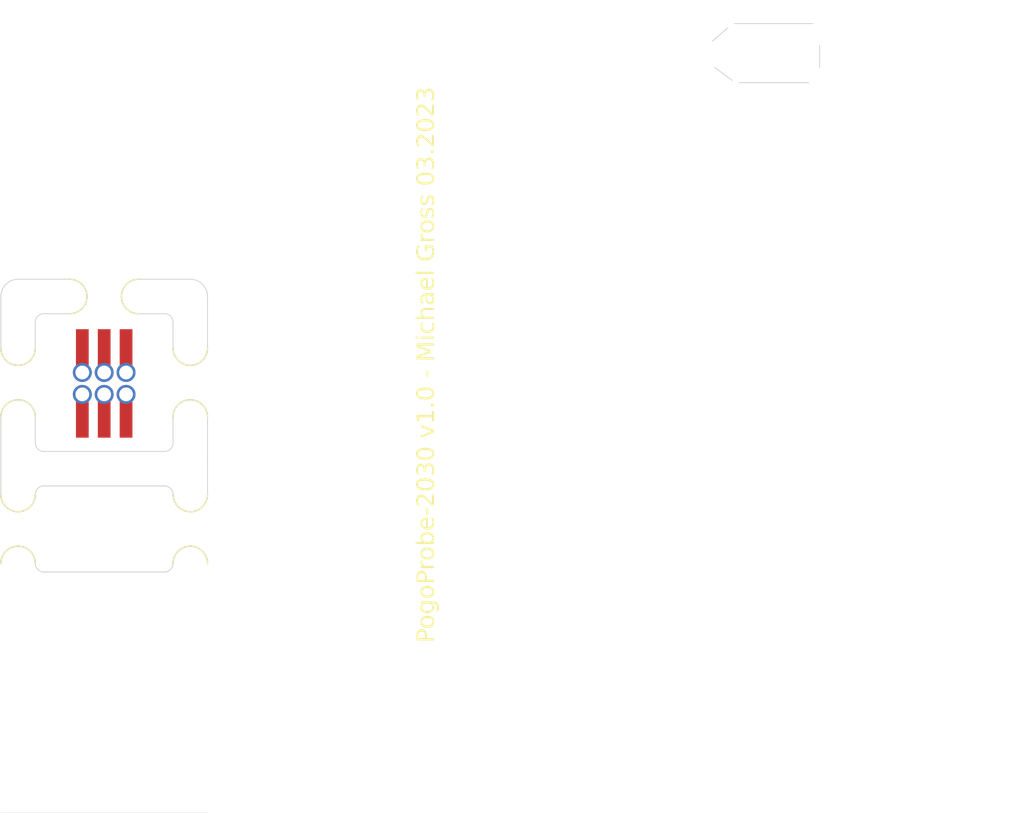
<source format=kicad_pcb>
(kicad_pcb (version 20240108) (generator "pcbnew") (generator_version "8.0")
  (layers (0 "F.Cu" signal) (31 "B.Cu" signal) (34 "B.Paste" user) (35 "F.Paste" user) (36 "B.SilkS" user "B.Silkscreen") (37 "F.SilkS" user "F.Silkscreen") (38 "B.Mask" user) (39 "F.Mask" user) (44 "Edge.Cuts" user))
  (net 0 "")
  (footprint "Panelization:mouse-bite-2mm-slot" (layer "F.Cu") (at 117 118 -90)
    (property "Reference" "mouse-bite-2mm-slot" (hide yes))
    (property "Value" "VAL**" (hide yes))
    (fp_arc (start 2 1) (mid 1 0) (end 2 -1) (stroke (width 0.1)) (layer "F.SilkS"))
    (fp_arc (start -2 -1) (mid -1 0) (end -2 1) (stroke (width 0.1)) (layer "F.SilkS"))
    (pad "" np_thru_hole circle (at -0.75 -0.75 270) (size 0.5 0.5) (drill 0.5) (layers "*.Cu" "*.Mask"))
    (pad "" np_thru_hole circle (at -0.75 0.75 270) (size 0.5 0.5) (drill 0.5) (layers "*.Cu" "*.Mask"))
    (pad "" np_thru_hole circle (at 0 -0.75 270) (size 0.5 0.5) (drill 0.5) (layers "*.Cu" "*.Mask"))
    (pad "" np_thru_hole circle (at 0 0.75 270) (size 0.5 0.5) (drill 0.5) (layers "*.Cu" "*.Mask"))
    (pad "" np_thru_hole circle (at 0.75 -0.75 270) (size 0.5 0.5) (drill 0.5) (layers "*.Cu" "*.Mask"))
    (pad "" np_thru_hole circle (at 0.75 0.75 270) (size 0.5 0.5) (drill 0.5) (layers "*.Cu" "*.Mask"))
  )
  (footprint "Panelization:mouse-bite-2mm-slot" (layer "F.Cu") (at 112 113 180)
    (property "Reference" "mouse-bite-2mm-slot" (hide yes))
    (property "Value" "VAL**" (hide yes))
    (fp_arc (start 2 1) (mid 1 0) (end 2 -1) (stroke (width 0.1)) (layer "F.SilkS"))
    (fp_arc (start -2 -1) (mid -1 0) (end -2 1) (stroke (width 0.1)) (layer "F.SilkS"))
    (pad "" np_thru_hole circle (at -0.75 -0.75 180) (size 0.5 0.5) (drill 0.5) (layers "*.Cu" "*.Mask"))
    (pad "" np_thru_hole circle (at -0.75 0.75 180) (size 0.5 0.5) (drill 0.5) (layers "*.Cu" "*.Mask"))
    (pad "" np_thru_hole circle (at 0 -0.75 180) (size 0.5 0.5) (drill 0.5) (layers "*.Cu" "*.Mask"))
    (pad "" np_thru_hole circle (at 0 0.75 180) (size 0.5 0.5) (drill 0.5) (layers "*.Cu" "*.Mask"))
    (pad "" np_thru_hole circle (at 0.75 -0.75 180) (size 0.5 0.5) (drill 0.5) (layers "*.Cu" "*.Mask"))
    (pad "" np_thru_hole circle (at 0.75 0.75 180) (size 0.5 0.5) (drill 0.5) (layers "*.Cu" "*.Mask"))
  )
  (footprint "Connector:Tag-Connect_TC2030-IDC-NL_2x03_P1.27mm_Vertical" (layer "F.Cu") (at 150.241 98.933)
    (property "Reference" "J1" (hide yes))
    (property "Value" "Conn_ARM_SWD_TagConnect_TC2030-NL")
    (pad "" np_thru_hole circle (at -2.54 0) (size 0.9906 0.9906) (drill 0.9906) (layers "*.Cu" "*.Mask"))
    (pad "" np_thru_hole circle (at -1.27 -0.635) (size 0.8 0.8) (drill 0.8) (layers "*.Cu" "*.Mask"))
    (pad "" np_thru_hole circle (at -1.27 0.635) (size 0.8 0.8) (drill 0.8) (layers "*.Cu" "*.Mask"))
    (pad "" np_thru_hole circle (at 0 -0.635) (size 0.8 0.8) (drill 0.8) (layers "*.Cu" "*.Mask"))
    (pad "" np_thru_hole circle (at 0 0.635) (size 0.8 0.8) (drill 0.8) (layers "*.Cu" "*.Mask"))
    (pad "" np_thru_hole circle (at 1.27 -0.635) (size 0.8 0.8) (drill 0.8) (layers "*.Cu" "*.Mask"))
    (pad "" np_thru_hole circle (at 1.27 0.635) (size 0.8 0.8) (drill 0.8) (layers "*.Cu" "*.Mask"))
    (pad "" np_thru_hole circle (at 2.54 -1.016) (size 0.9906 0.9906) (drill 0.9906) (layers "*.Cu" "*.Mask"))
    (pad "" np_thru_hole circle (at 2.54 1.016) (size 0.9906 0.9906) (drill 0.9906) (layers "*.Cu" "*.Mask"))
  )
  (footprint "Connector_PinHeader_1.27mm:PinHeader_2x03_P1.27mm_Vertical_SMD" (layer "F.Cu") (at 112 118.050001 90)
    (property "Reference" "REF**" (hide yes))
    (property "Value" "PinHeader_2x03_P1.27mm_Vertical_SMD")
    (pad "1" smd rect (at -1.95 -1.27 90) (size 2.4 0.74) (layers "F.Cu" "F.Paste" "F.Mask"))
    (pad "2" smd rect (at 1.95 -1.27 90) (size 2.4 0.74) (layers "F.Cu" "F.Paste" "F.Mask"))
    (pad "3" smd rect (at -1.95 0 90) (size 2.4 0.74) (layers "F.Cu" "F.Paste" "F.Mask"))
    (pad "4" smd rect (at 1.95 0 90) (size 2.4 0.74) (layers "F.Cu" "F.Paste" "F.Mask"))
    (pad "5" smd rect (at -1.95 1.27 90) (size 2.4 0.74) (layers "F.Cu" "F.Paste" "F.Mask"))
    (pad "6" smd rect (at 1.95 1.27 90) (size 2.4 0.74) (layers "F.Cu" "F.Paste" "F.Mask"))
  )
  (footprint "Panelization:mouse-bite-2mm-slot" (layer "F.Cu") (at 117 126.5 -90)
    (property "Reference" "mouse-bite-2mm-slot" (hide yes))
    (property "Value" "VAL**" (hide yes))
    (fp_arc (start 2 1) (mid 1 0) (end 2 -1) (stroke (width 0.1)) (layer "F.SilkS"))
    (fp_arc (start -2 -1) (mid -1 0) (end -2 1) (stroke (width 0.1)) (layer "F.SilkS"))
    (pad "" np_thru_hole circle (at -0.75 -0.75 270) (size 0.5 0.5) (drill 0.5) (layers "*.Cu" "*.Mask"))
    (pad "" np_thru_hole circle (at -0.75 0.75 270) (size 0.5 0.5) (drill 0.5) (layers "*.Cu" "*.Mask"))
    (pad "" np_thru_hole circle (at 0 -0.75 270) (size 0.5 0.5) (drill 0.5) (layers "*.Cu" "*.Mask"))
    (pad "" np_thru_hole circle (at 0 0.75 270) (size 0.5 0.5) (drill 0.5) (layers "*.Cu" "*.Mask"))
    (pad "" np_thru_hole circle (at 0.75 -0.75 270) (size 0.5 0.5) (drill 0.5) (layers "*.Cu" "*.Mask"))
    (pad "" np_thru_hole circle (at 0.75 0.75 270) (size 0.5 0.5) (drill 0.5) (layers "*.Cu" "*.Mask"))
  )
  (footprint "Panelization:mouse-bite-2mm-slot" (layer "F.Cu") (at 107 126.500001 -90)
    (property "Reference" "mouse-bite-2mm-slot" (hide yes))
    (property "Value" "VAL**" (hide yes))
    (fp_arc (start 2 1) (mid 1 0) (end 2 -1) (stroke (width 0.1)) (layer "F.SilkS"))
    (fp_arc (start -2 -1) (mid -1 0) (end -2 1) (stroke (width 0.1)) (layer "F.SilkS"))
    (pad "" np_thru_hole circle (at -0.75 -0.75 270) (size 0.5 0.5) (drill 0.5) (layers "*.Cu" "*.Mask"))
    (pad "" np_thru_hole circle (at -0.75 0.75 270) (size 0.5 0.5) (drill 0.5) (layers "*.Cu" "*.Mask"))
    (pad "" np_thru_hole circle (at 0 -0.75 270) (size 0.5 0.5) (drill 0.5) (layers "*.Cu" "*.Mask"))
    (pad "" np_thru_hole circle (at 0 0.75 270) (size 0.5 0.5) (drill 0.5) (layers "*.Cu" "*.Mask"))
    (pad "" np_thru_hole circle (at 0.75 -0.75 270) (size 0.5 0.5) (drill 0.5) (layers "*.Cu" "*.Mask"))
    (pad "" np_thru_hole circle (at 0.75 0.75 270) (size 0.5 0.5) (drill 0.5) (layers "*.Cu" "*.Mask"))
  )
  (footprint "Panelization:mouse-bite-2mm-slot" (layer "F.Cu") (at 107 118.000001 -90)
    (property "Reference" "mouse-bite-2mm-slot" (hide yes))
    (property "Value" "VAL**" (hide yes))
    (fp_arc (start 2 1) (mid 1 0) (end 2 -1) (stroke (width 0.1)) (layer "F.SilkS"))
    (fp_arc (start -2 -1) (mid -1 0) (end -2 1) (stroke (width 0.1)) (layer "F.SilkS"))
    (pad "" np_thru_hole circle (at -0.75 -0.75 270) (size 0.5 0.5) (drill 0.5) (layers "*.Cu" "*.Mask"))
    (pad "" np_thru_hole circle (at -0.75 0.75 270) (size 0.5 0.5) (drill 0.5) (layers "*.Cu" "*.Mask"))
    (pad "" np_thru_hole circle (at 0 -0.75 270) (size 0.5 0.5) (drill 0.5) (layers "*.Cu" "*.Mask"))
    (pad "" np_thru_hole circle (at 0 0.75 270) (size 0.5 0.5) (drill 0.5) (layers "*.Cu" "*.Mask"))
    (pad "" np_thru_hole circle (at 0.75 -0.75 270) (size 0.5 0.5) (drill 0.5) (layers "*.Cu" "*.Mask"))
    (pad "" np_thru_hole circle (at 0.75 0.75 270) (size 0.5 0.5) (drill 0.5) (layers "*.Cu" "*.Mask"))
  )
  (footprint "Connector:Tag-Connect_TC2030-IDC-NL_2x03_P1.27mm_Vertical" (layer "B.Cu") (at 112 118.050001 180)
    (property "Reference" "REF**" (hide yes))
    (property "Value" "Tag-Connect_TC2030-IDC-NL_2x03_P1.27mm_Vertical" (hide yes))
    (pad "" np_thru_hole circle (at -2.54 0 180) (size 0.9906 0.9906) (drill 0.9906) (layers "*.Cu" "*.Mask"))
    (pad "" np_thru_hole circle (at 2.54 -1.016 180) (size 0.9906 0.9906) (drill 0.9906) (layers "*.Cu" "*.Mask"))
    (pad "" np_thru_hole circle (at 2.54 1.016 180) (size 0.9906 0.9906) (drill 0.9906) (layers "*.Cu" "*.Mask"))
    (pad "1" thru_hole circle (at -1.27 -0.635 180) (size 1.1 1.1) (drill 0.8) (layers "*.Cu" "*.Mask"))
    (pad "2" thru_hole circle (at -1.27 0.635 180) (size 1.1 1.1) (drill 0.8) (layers "*.Cu" "*.Mask"))
    (pad "3" thru_hole circle (at 0 -0.635 180) (size 1.1 1.1) (drill 0.8) (layers "*.Cu" "*.Mask"))
    (pad "4" thru_hole circle (at 0 0.635 180) (size 1.1 1.1) (drill 0.8) (layers "*.Cu" "*.Mask"))
    (pad "5" thru_hole circle (at 1.27 -0.635 180) (size 1.1 1.1) (drill 0.8) (layers "*.Cu" "*.Mask"))
    (pad "6" thru_hole circle (at 1.27 0.635 180) (size 1.1 1.1) (drill 0.8) (layers "*.Cu" "*.Mask"))
  )
  (gr_line (start 108 121.5) (end 108 120.000001) (stroke (width 0.05)) (layer "Edge.Cuts"))
  (gr_line (start 147.447 99.695) (end 148.463 100.457) (stroke (width 0.05)) (layer "Edge.Cuts"))
  (gr_line (start 115.5 124) (end 114 124.000001) (stroke (width 0.05)) (layer "Edge.Cuts"))
  (gr_line (start 114 114) (end 115.5 114) (stroke (width 0.05)) (layer "Edge.Cuts"))
  (gr_line (start 115.5 122) (end 114 122.000001) (stroke (width 0.05)) (layer "Edge.Cuts"))
  (gr_arc (start 108.5 122) (mid 108.146447 121.853553) (end 108 121.5) (stroke (width 0.05)) (layer "Edge.Cuts"))
  (gr_line (start 106 124.500001) (end 106 120.000001) (stroke (width 0.05)) (layer "Edge.Cuts"))
  (gr_line (start 108.5 124) (end 110 124.000001) (stroke (width 0.05)) (layer "Edge.Cuts"))
  (gr_arc (start 116 121.5) (mid 115.853553 121.853553) (end 115.5 122) (stroke (width 0.05)) (layer "Edge.Cuts"))
  (gr_arc (start 108 114.5) (mid 108.146447 114.146447) (end 108.5 114) (stroke (width 0.05)) (layer "Edge.Cuts"))
  (gr_line (start 107 112) (end 108.5 112) (stroke (width 0.05)) (layer "Edge.Cuts"))
  (gr_line (start 110 129.000001) (end 114 129.000001) (stroke (width 0.05)) (layer "Edge.Cuts"))
  (gr_line (start 108.5 114) (end 110 114) (stroke (width 0.05)) (layer "Edge.Cuts"))
  (gr_line (start 115.5 129) (end 114 129.000001) (stroke (width 0.05)) (layer "Edge.Cuts"))
  (gr_arc (start 106 120.000001) (mid 107 119.000001) (end 108 120.000001) (stroke (width 0.05)) (layer "Edge.Cuts"))
  (gr_line (start 116 116) (end 116 114.5) (stroke (width 0.05)) (layer "Edge.Cuts"))
  (gr_arc (start 108 116.000001) (mid 107 117.000001) (end 106 116.000001) (stroke (width 0.05)) (layer "Edge.Cuts"))
  (gr_line (start 108.5 112) (end 110 112) (stroke (width 0.05)) (layer "Edge.Cuts"))
  (gr_arc (start 110 112) (mid 111 113) (end 110 114) (stroke (width 0.05)) (layer "Edge.Cuts"))
  (gr_line (start 153.543 98.425) (end 153.543 99.695) (stroke (width 0.05)) (layer "Edge.Cuts"))
  (gr_line (start 114 124.000001) (end 110 124.000001) (stroke (width 0.05)) (layer "Edge.Cuts"))
  (gr_arc (start 116 128.5) (mid 117 127.5) (end 118 128.5) (stroke (width 0.05)) (layer "Edge.Cuts"))
  (gr_arc (start 108.5 129) (mid 108.146447 128.853554) (end 108 128.500001) (stroke (width 0.05)) (layer "Edge.Cuts"))
  (gr_line (start 118 143) (end 106 143) (stroke (width 0.05)) (layer "Edge.Cuts"))
  (gr_arc (start 108 124.500001) (mid 107 125.500001) (end 106 124.500001) (stroke (width 0.05)) (layer "Edge.Cuts"))
  (gr_line (start 106 116.000001) (end 106 113) (stroke (width 0.05)) (layer "Edge.Cuts"))
  (gr_arc (start 118 124.5) (mid 117 125.5) (end 116 124.5) (stroke (width 0.05)) (layer "Edge.Cuts"))
  (gr_arc (start 117 112) (mid 117.707107 112.292893) (end 118 113) (stroke (width 0.05)) (layer "Edge.Cuts"))
  (gr_arc (start 115.5 114) (mid 115.853553 114.146447) (end 116 114.5) (stroke (width 0.05)) (layer "Edge.Cuts"))
  (gr_line (start 148.209 97.409) (end 147.32 98.171) (stroke (width 0.05)) (layer "Edge.Cuts"))
  (gr_arc (start 106 128.500001) (mid 107 127.500001) (end 108 128.500001) (stroke (width 0.05)) (layer "Edge.Cuts"))
  (gr_line (start 116 120) (end 116 121.5) (stroke (width 0.05)) (layer "Edge.Cuts"))
  (gr_arc (start 106 113) (mid 106.292893 112.292893) (end 107 112) (stroke (width 0.05)) (layer "Edge.Cuts"))
  (gr_arc (start 114 114) (mid 113 113) (end 114 112) (stroke (width 0.05)) (layer "Edge.Cuts"))
  (gr_line (start 110 122.000001) (end 114 122.000001) (stroke (width 0.05)) (layer "Edge.Cuts"))
  (gr_line (start 108.5 129) (end 110 129.000001) (stroke (width 0.05)) (layer "Edge.Cuts"))
  (gr_arc (start 108 124.500001) (mid 108.146446 124.146447) (end 108.5 124) (stroke (width 0.05)) (layer "Edge.Cuts"))
  (gr_line (start 117 112) (end 115.5 112) (stroke (width 0.05)) (layer "Edge.Cuts"))
  (gr_line (start 118 113) (end 118 116) (stroke (width 0.05)) (layer "Edge.Cuts"))
  (gr_line (start 110 122.000001) (end 108.5 122) (stroke (width 0.05)) (layer "Edge.Cuts"))
  (gr_line (start 118 122.5) (end 118 120) (stroke (width 0.05)) (layer "Edge.Cuts"))
  (gr_line (start 148.844 100.584) (end 152.908 100.584) (stroke (width 0.05)) (layer "Edge.Cuts"))
  (gr_line (start 114 112) (end 115.5 112) (stroke (width 0.05)) (layer "Edge.Cuts"))
  (gr_line (start 148.59 97.155) (end 153.162 97.155) (stroke (width 0.05)) (layer "Edge.Cuts"))
  (gr_line (start 118 124.5) (end 118 122.5) (stroke (width 0.05)) (layer "Edge.Cuts"))
  (gr_arc (start 118 116) (mid 117 117) (end 116 116) (stroke (width 0.05)) (layer "Edge.Cuts"))
  (gr_arc (start 115.5 124) (mid 115.853553 124.146447) (end 116 124.5) (stroke (width 0.05)) (layer "Edge.Cuts"))
  (gr_arc (start 116 120) (mid 117 119) (end 118 120) (stroke (width 0.05)) (layer "Edge.Cuts"))
  (gr_arc (start 116 128.5) (mid 115.853553 128.853553) (end 115.5 129) (stroke (width 0.05)) (layer "Edge.Cuts"))
  (gr_line (start 108 116.000001) (end 108 114.5) (stroke (width 0.05)) (layer "Edge.Cuts"))
  (gr_text "PogoProbe-2030 v1.0 - Michael Gross 03.2023" (at 131.318 116.967 90) (layer "F.SilkS") (effects (font (size 1 1)) (justify bottom)))
)
</source>
